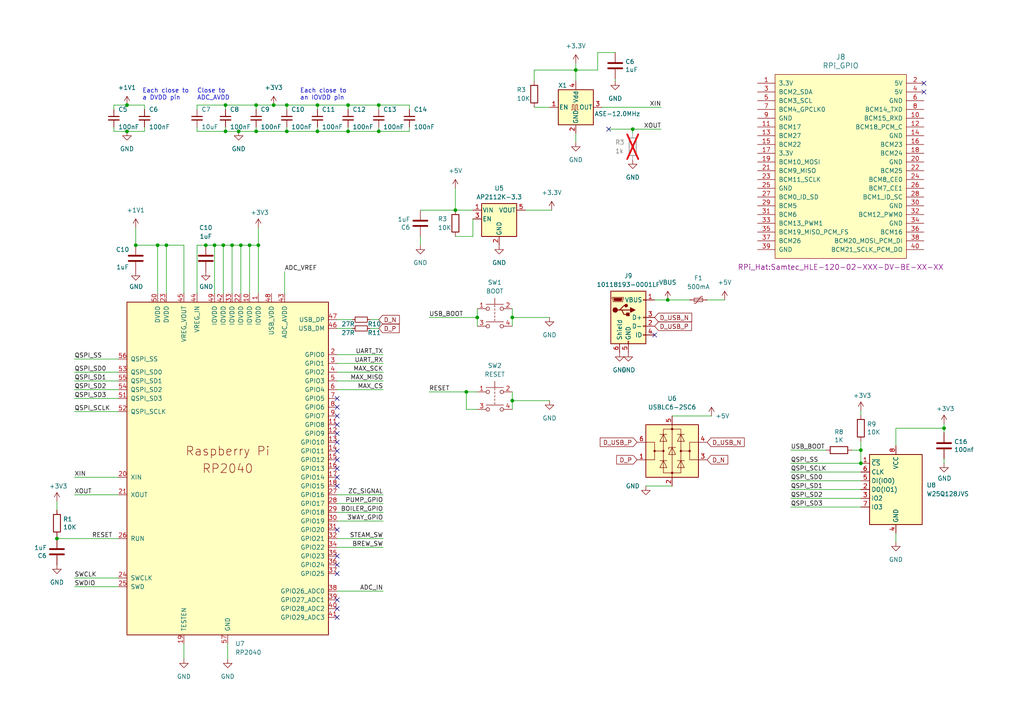
<source format=kicad_sch>
(kicad_sch (version 20230121) (generator eeschema)
  (paper "A4")
  (lib_symbols
    (symbol "Connector:USB_B_Micro" (pin_names (offset 1.016))
      (property "Reference" "J" (at -5.08 11.43 0))
      (property "Value" "USB_B_Micro" (at -5.08 8.89 0))
      (symbol "USB_B_Micro_1_1"
        (pin power_out line (at 7.62 5.08 180) (length 2.54) (name "VBUS") (number "1"))
        (pin bidirectional line (at 7.62 -2.54 180) (length 2.54) (name "D-") (number "2"))
        (pin bidirectional line (at 7.62 0 180) (length 2.54) (name "D+") (number "3"))
        (pin passive line (at 7.62 -5.08 180) (length 2.54) (name "ID") (number "4"))
        (pin power_out line (at 0 -10.16 90) (length 2.54) (name "GND") (number "5"))
        (pin passive line (at -2.54 -10.16 90) (length 2.54) (name "Shield") (number "6"))
      )
    )
    (symbol "Device:C" (pin_numbers hide) (pin_names (offset 0.254))
      (property "Reference" "C" (at 0.635 2.54 0))
      (property "Value" "C" (at 0.635 -2.54 0))
      (symbol "C_1_1"
        (pin passive line (at 0 3.81 270) (length 2.794) (name "~") (number "1"))
        (pin passive line (at 0 -3.81 90) (length 2.794) (name "~") (number "2"))
      )
    )
    (symbol "Device:C_Small" (pin_numbers hide) (pin_names (offset 0.254) hide)
      (property "Reference" "C" (at 0.254 1.778 0))
      (property "Value" "C_Small" (at 0.254 -2.032 0))
      (symbol "C_Small_1_1"
        (pin passive line (at 0 2.54 270) (length 2.032) (name "~") (number "1"))
        (pin passive line (at 0 -2.54 90) (length 2.032) (name "~") (number "2"))
      )
    )
    (symbol "Device:Polyfuse_Small" (pin_numbers hide) (pin_names (offset 0))
      (property "Reference" "F" (at -1.905 0 90))
      (property "Value" "Polyfuse_Small" (at 1.905 0 90))
      (symbol "Polyfuse_Small_1_1"
        (pin passive line (at 0 2.54 270) (length 0.635) (name "~") (number "1"))
        (pin passive line (at 0 -2.54 90) (length 0.635) (name "~") (number "2"))
      )
    )
    (symbol "Device:R" (pin_numbers hide) (pin_names (offset 0))
      (property "Reference" "R" (at 2.032 0 90))
      (property "Value" "R" (at 0 0 90))
      (symbol "R_1_1"
        (pin passive line (at 0 3.81 270) (length 1.27) (name "~") (number "1"))
        (pin passive line (at 0 -3.81 90) (length 1.27) (name "~") (number "2"))
      )
    )
    (symbol "Device:R_Small" (pin_numbers hide) (pin_names (offset 0.254) hide)
      (property "Reference" "R" (at 0.762 0.508 0))
      (property "Value" "R_Small" (at 0.762 -1.016 0))
      (symbol "R_Small_1_1"
        (pin passive line (at 0 2.54 270) (length 0.762) (name "~") (number "1"))
        (pin passive line (at 0 -2.54 90) (length 0.762) (name "~") (number "2"))
      )
    )
    (symbol "MCU_RaspberryPi_and_Boards:RP2040" (pin_names (offset 1.016))
      (property "Reference" "U" (at -29.21 49.53 0))
      (property "Value" "RP2040" (at 24.13 -49.53 0))
      (symbol "RP2040_0_0"
        (text "Raspberry Pi" (at 0 5.08 0) (effects (font (size 2.54 2.54))))
        (text "RP2040" (at 0 0 0) (effects (font (size 2.54 2.54))))
      )
      (symbol "RP2040_1_1"
        (pin power_in line (at 8.89 50.8 270) (length 2.54) (name "IOVDD") (number "1"))
        (pin power_in line (at 6.35 50.8 270) (length 2.54) (name "IOVDD") (number "10"))
        (pin bidirectional line (at 31.75 12.7 180) (length 2.54) (name "GPIO8") (number "11"))
        (pin bidirectional line (at 31.75 10.16 180) (length 2.54) (name "GPIO9") (number "12"))
        (pin bidirectional line (at 31.75 7.62 180) (length 2.54) (name "GPIO10") (number "13"))
        (pin bidirectional line (at 31.75 5.08 180) (length 2.54) (name "GPIO11") (number "14"))
        (pin bidirectional line (at 31.75 2.54 180) (length 2.54) (name "GPIO12") (number "15"))
        (pin bidirectional line (at 31.75 0 180) (length 2.54) (name "GPIO13") (number "16"))
        (pin bidirectional line (at 31.75 -2.54 180) (length 2.54) (name "GPIO14") (number "17"))
        (pin bidirectional line (at 31.75 -5.08 180) (length 2.54) (name "GPIO15") (number "18"))
        (pin passive line (at -12.7 -50.8 90) (length 2.54) (name "TESTEN") (number "19"))
        (pin bidirectional line (at 31.75 33.02 180) (length 2.54) (name "GPIO0") (number "2"))
        (pin input line (at -31.75 -2.54 0) (length 2.54) (name "XIN") (number "20"))
        (pin passive line (at -31.75 -7.62 0) (length 2.54) (name "XOUT") (number "21"))
        (pin power_in line (at 3.81 50.8 270) (length 2.54) (name "IOVDD") (number "22"))
        (pin power_in line (at -17.78 50.8 270) (length 2.54) (name "DVDD") (number "23"))
        (pin output line (at -31.75 -31.75 0) (length 2.54) (name "SWCLK") (number "24"))
        (pin bidirectional line (at -31.75 -34.29 0) (length 2.54) (name "SWD") (number "25"))
        (pin input line (at -31.75 -20.32 0) (length 2.54) (name "RUN") (number "26"))
        (pin bidirectional line (at 31.75 -7.62 180) (length 2.54) (name "GPIO16") (number "27"))
        (pin bidirectional line (at 31.75 -10.16 180) (length 2.54) (name "GPIO17") (number "28"))
        (pin bidirectional line (at 31.75 -12.7 180) (length 2.54) (name "GPIO18") (number "29"))
        (pin bidirectional line (at 31.75 30.48 180) (length 2.54) (name "GPIO1") (number "3"))
        (pin bidirectional line (at 31.75 -15.24 180) (length 2.54) (name "GPIO19") (number "30"))
        (pin bidirectional line (at 31.75 -17.78 180) (length 2.54) (name "GPIO20") (number "31"))
        (pin bidirectional line (at 31.75 -20.32 180) (length 2.54) (name "GPIO21") (number "32"))
        (pin power_in line (at 1.27 50.8 270) (length 2.54) (name "IOVDD") (number "33"))
        (pin bidirectional line (at 31.75 -22.86 180) (length 2.54) (name "GPIO22") (number "34"))
        (pin bidirectional line (at 31.75 -25.4 180) (length 2.54) (name "GPIO23") (number "35"))
        (pin bidirectional line (at 31.75 -27.94 180) (length 2.54) (name "GPIO24") (number "36"))
        (pin bidirectional line (at 31.75 -30.48 180) (length 2.54) (name "GPIO25") (number "37"))
        (pin bidirectional line (at 31.75 -35.56 180) (length 2.54) (name "GPIO26_ADC0") (number "38"))
        (pin bidirectional line (at 31.75 -38.1 180) (length 2.54) (name "GPIO27_ADC1") (number "39"))
        (pin bidirectional line (at 31.75 27.94 180) (length 2.54) (name "GPIO2") (number "4"))
        (pin bidirectional line (at 31.75 -40.64 180) (length 2.54) (name "GPIO28_ADC2") (number "40"))
        (pin bidirectional line (at 31.75 -43.18 180) (length 2.54) (name "GPIO29_ADC3") (number "41"))
        (pin power_in line (at -1.27 50.8 270) (length 2.54) (name "IOVDD") (number "42"))
        (pin power_in line (at 16.51 50.8 270) (length 2.54) (name "ADC_AVDD") (number "43"))
        (pin power_in line (at -8.89 50.8 270) (length 2.54) (name "VREG_IN") (number "44"))
        (pin power_out line (at -12.7 50.8 270) (length 2.54) (name "VREG_VOUT") (number "45"))
        (pin bidirectional line (at 31.75 40.64 180) (length 2.54) (name "USB_DM") (number "46"))
        (pin bidirectional line (at 31.75 43.18 180) (length 2.54) (name "USB_DP") (number "47"))
        (pin power_in line (at 12.7 50.8 270) (length 2.54) (name "USB_VDD") (number "48"))
        (pin power_in line (at -3.81 50.8 270) (length 2.54) (name "IOVDD") (number "49"))
        (pin bidirectional line (at 31.75 25.4 180) (length 2.54) (name "GPIO3") (number "5"))
        (pin power_in line (at -20.32 50.8 270) (length 2.54) (name "DVDD") (number "50"))
        (pin bidirectional line (at -31.75 20.32 0) (length 2.54) (name "QSPI_SD3") (number "51"))
        (pin output line (at -31.75 16.51 0) (length 2.54) (name "QSPI_SCLK") (number "52"))
        (pin bidirectional line (at -31.75 27.94 0) (length 2.54) (name "QSPI_SD0") (number "53"))
        (pin bidirectional line (at -31.75 22.86 0) (length 2.54) (name "QSPI_SD2") (number "54"))
        (pin bidirectional line (at -31.75 25.4 0) (length 2.54) (name "QSPI_SD1") (number "55"))
        (pin bidirectional line (at -31.75 31.75 0) (length 2.54) (name "QSPI_SS") (number "56"))
        (pin power_in line (at 0 -50.8 90) (length 2.54) (name "GND") (number "57"))
        (pin bidirectional line (at 31.75 22.86 180) (length 2.54) (name "GPIO4") (number "6"))
        (pin bidirectional line (at 31.75 20.32 180) (length 2.54) (name "GPIO5") (number "7"))
        (pin bidirectional line (at 31.75 17.78 180) (length 2.54) (name "GPIO6") (number "8"))
        (pin bidirectional line (at 31.75 15.24 180) (length 2.54) (name "GPIO7") (number "9"))
      )
    )
    (symbol "Memory_Flash:W25Q128JVS"
      (property "Reference" "U" (at -8.89 8.89 0))
      (property "Value" "W25Q128JVS" (at 7.62 8.89 0))
      (symbol "W25Q128JVS_1_1"
        (pin input line (at -10.16 7.62 0) (length 2.54) (name "~{CS}") (number "1"))
        (pin bidirectional line (at -10.16 0 0) (length 2.54) (name "DO(IO1)") (number "2"))
        (pin bidirectional line (at -10.16 -2.54 0) (length 2.54) (name "IO2") (number "3"))
        (pin power_in line (at 0 -12.7 90) (length 2.54) (name "GND") (number "4"))
        (pin bidirectional line (at -10.16 2.54 0) (length 2.54) (name "DI(IO0)") (number "5"))
        (pin input line (at -10.16 5.08 0) (length 2.54) (name "CLK") (number "6"))
        (pin bidirectional line (at -10.16 -5.08 0) (length 2.54) (name "IO3") (number "7"))
        (pin power_in line (at 0 12.7 270) (length 2.54) (name "VCC") (number "8"))
      )
    )
    (symbol "Oscillator:ASE-xxxMHz" (pin_names (offset 0.254))
      (property "Reference" "X" (at -5.08 6.35 0))
      (property "Value" "ASE-xxxMHz" (at 1.27 -6.35 0))
      (symbol "ASE-xxxMHz_1_1"
        (pin input line (at -7.62 0 0) (length 2.54) (name "EN") (number "1"))
        (pin power_in line (at 0 -7.62 90) (length 2.54) (name "GND") (number "2"))
        (pin output line (at 7.62 0 180) (length 2.54) (name "OUT") (number "3"))
        (pin power_in line (at 0 7.62 270) (length 2.54) (name "Vdd") (number "4"))
      )
    )
    (symbol "Power_Protection:USBLC6-2SC6" (pin_names hide)
      (property "Reference" "U" (at 2.54 8.89 0))
      (property "Value" "USBLC6-2SC6" (at 2.54 -8.89 0))
      (symbol "USBLC6-2SC6_1_1"
        (pin passive line (at -10.16 -2.54 0) (length 2.54) (name "I/O1") (number "1"))
        (pin passive line (at 0 -10.16 90) (length 2.54) (name "GND") (number "2"))
        (pin passive line (at 10.16 -2.54 180) (length 2.54) (name "I/O2") (number "3"))
        (pin passive line (at 10.16 2.54 180) (length 2.54) (name "I/O2") (number "4"))
        (pin passive line (at 0 10.16 270) (length 2.54) (name "VBUS") (number "5"))
        (pin passive line (at -10.16 2.54 0) (length 2.54) (name "I/O1") (number "6"))
      )
    )
    (symbol "RPi_Hat:RPi_GPIO" (pin_names (offset 1.016))
      (property "Reference" "J8" (at 19.05 7.62 0))
      (property "Value" "RPi_GPIO" (at 19.05 5.08 0))
      (property "Footprint" "RPi_Hat:Samtec_HLE-120-02-XXX-DV-BE-XX-XX" (at 19.05 -53.34 0))
      (symbol "RPi_GPIO_1_1"
        (pin power_in line (at -5.08 0 0) (length 5.08) (name "3.3V") (number "1"))
        (pin bidirectional line (at 43.18 -10.16 180) (length 5.08) (name "BCM15_RXD") (number "10"))
        (pin bidirectional line (at -5.08 -12.7 0) (length 5.08) (name "BCM17") (number "11"))
        (pin bidirectional line (at 43.18 -12.7 180) (length 5.08) (name "BCM18_PCM_C") (number "12"))
        (pin bidirectional line (at -5.08 -15.24 0) (length 5.08) (name "BCM27") (number "13"))
        (pin power_in line (at 43.18 -15.24 180) (length 5.08) (name "GND") (number "14"))
        (pin bidirectional line (at -5.08 -17.78 0) (length 5.08) (name "BCM22") (number "15"))
        (pin bidirectional line (at 43.18 -17.78 180) (length 5.08) (name "BCM23") (number "16"))
        (pin power_in line (at -5.08 -20.32 0) (length 5.08) (name "3.3V") (number "17"))
        (pin bidirectional line (at 43.18 -20.32 180) (length 5.08) (name "BCM24") (number "18"))
        (pin bidirectional line (at -5.08 -22.86 0) (length 5.08) (name "BCM10_MOSI") (number "19"))
        (pin power_out line (at 43.18 0 180) (length 5.08) (name "5V") (number "2"))
        (pin power_in line (at 43.18 -22.86 180) (length 5.08) (name "GND") (number "20"))
        (pin bidirectional line (at -5.08 -25.4 0) (length 5.08) (name "BCM9_MISO") (number "21"))
        (pin bidirectional line (at 43.18 -25.4 180) (length 5.08) (name "BCM25") (number "22"))
        (pin bidirectional line (at -5.08 -27.94 0) (length 5.08) (name "BCM11_SCLK") (number "23"))
        (pin bidirectional line (at 43.18 -27.94 180) (length 5.08) (name "BCM8_CE0") (number "24"))
        (pin power_in line (at -5.08 -30.48 0) (length 5.08) (name "GND") (number "25"))
        (pin bidirectional line (at 43.18 -30.48 180) (length 5.08) (name "BCM7_CE1") (number "26"))
        (pin bidirectional line (at -5.08 -33.02 0) (length 5.08) (name "BCM0_ID_SD") (number "27"))
        (pin bidirectional line (at 43.18 -33.02 180) (length 5.08) (name "BCM1_ID_SC") (number "28"))
        (pin bidirectional line (at -5.08 -35.56 0) (length 5.08) (name "BCM5") (number "29"))
        (pin bidirectional line (at -5.08 -2.54 0) (length 5.08) (name "BCM2_SDA") (number "3"))
        (pin power_in line (at 43.18 -35.56 180) (length 5.08) (name "GND") (number "30"))
        (pin bidirectional line (at -5.08 -38.1 0) (length 5.08) (name "BCM6") (number "31"))
        (pin bidirectional line (at 43.18 -38.1 180) (length 5.08) (name "BCM12_PWM0") (number "32"))
        (pin bidirectional line (at -5.08 -40.64 0) (length 5.08) (name "BCM13_PWM1") (number "33"))
        (pin power_in line (at 43.18 -40.64 180) (length 5.08) (name "GND") (number "34"))
        (pin bidirectional line (at -5.08 -43.18 0) (length 5.08) (name "BCM19_MISO_PCM_FS") (number "35"))
        (pin bidirectional line (at 43.18 -43.18 180) (length 5.08) (name "BCM16") (number "36"))
        (pin bidirectional line (at -5.08 -45.72 0) (length 5.08) (name "BCM26") (number "37"))
        (pin bidirectional line (at 43.18 -45.72 180) (length 5.08) (name "BCM20_MOSI_PCM_DI") (number "38"))
        (pin power_in line (at -5.08 -48.26 0) (length 5.08) (name "GND") (number "39"))
        (pin power_out line (at 43.18 -2.54 180) (length 5.08) (name "5V") (number "4"))
        (pin bidirectional line (at 43.18 -48.26 180) (length 5.08) (name "BCM21_SCLK_PCM_DO") (number "40"))
        (pin bidirectional line (at -5.08 -5.08 0) (length 5.08) (name "BCM3_SCL") (number "5"))
        (pin power_in line (at 43.18 -5.08 180) (length 5.08) (name "GND") (number "6"))
        (pin bidirectional line (at -5.08 -7.62 0) (length 5.08) (name "BCM4_GPCLK0") (number "7"))
        (pin bidirectional line (at 43.18 -7.62 180) (length 5.08) (name "BCM14_TXD") (number "8"))
        (pin power_in line (at -5.08 -10.16 0) (length 5.08) (name "GND") (number "9"))
      )
    )
    (symbol "Regulator_Linear:AP2112K-3.3" (pin_names (offset 0.254))
      (property "Reference" "U" (at -5.08 5.715 0))
      (property "Value" "AP2112K-3.3" (at 0 5.715 0))
      (symbol "AP2112K-3.3_1_1"
        (pin power_in line (at -7.62 2.54 0) (length 2.54) (name "VIN") (number "1"))
        (pin power_in line (at 0 -7.62 90) (length 2.54) (name "GND") (number "2"))
        (pin input line (at -7.62 0 0) (length 2.54) (name "EN") (number "3"))
        (pin no_connect line (at 5.08 0 180) (length 2.54) hide (name "NC") (number "4"))
        (pin power_out line (at 7.62 2.54 180) (length 2.54) (name "VOUT") (number "5"))
      )
    )
    (symbol "Switch:SW_Push_Dual" (pin_names (offset 1.016) hide)
      (property "Reference" "SW" (at 1.27 2.54 0))
      (property "Value" "SW_Push_Dual" (at 0 -6.858 0))
      (symbol "SW_Push_Dual_0_1"
        (pin passive line (at -5.08 0 0) (length 2.54) (name "1") (number "1"))
        (pin passive line (at 5.08 0 180) (length 2.54) (name "2") (number "2"))
        (pin passive line (at -5.08 -5.08 0) (length 2.54) (name "3") (number "3"))
        (pin passive line (at 5.08 -5.08 180) (length 2.54) (name "4") (number "4"))
      )
    )
    (symbol "power:+1V1" (power) (pin_names (offset 0))
      (property "Value" "+1V1" (at 0 3.556 0))
      (symbol "+1V1_1_1"
        (pin power_in line (at 0 0 90) (length 0) hide (name "+1V1") (number "1"))
      )
    )
    (symbol "power:+3.3V" (power) (pin_names (offset 0))
      (property "Value" "+3.3V" (at 0 3.556 0))
      (symbol "+3.3V_1_1"
        (pin power_in line (at 0 0 90) (length 0) hide (name "+3.3V") (number "1"))
      )
    )
    (symbol "power:+3V3" (power) (pin_names (offset 0))
      (property "Value" "+3V3" (at 0 3.556 0))
      (symbol "+3V3_1_1"
        (pin power_in line (at 0 0 90) (length 0) hide (name "+3V3") (number "1"))
      )
    )
    (symbol "power:+5V" (power) (pin_names (offset 0))
      (property "Value" "+5V" (at 0 3.556 0))
      (symbol "+5V_1_1"
        (pin power_in line (at 0 0 90) (length 0) hide (name "+5V") (number "1"))
      )
    )
    (symbol "power:GND" (power) (pin_names (offset 0))
      (property "Value" "GND" (at 0 -3.81 0))
      (symbol "GND_1_1"
        (pin power_in line (at 0 0 270) (length 0) hide (name "GND") (number "1"))
      )
    )
    (symbol "power:VBUS" (power) (pin_names (offset 0))
      (property "Value" "VBUS" (at 0 3.81 0))
      (symbol "VBUS_1_1"
        (pin power_in line (at 0 0 90) (length 0) hide (name "VBUS") (number "1"))
      )
    )
    (symbol "rpi-pico-debugger-shoe-rescue:+3.3V-power" (power) (pin_names (offset 0))
      (property "Value" "+3.3V-power" (at 0 3.556 0))
      (symbol "+3.3V-power_1_1"
        (pin power_in line (at 0 0 90) (length 0) hide (name "+3V3") (number "1"))
      )
    )
  )
  (junction (at 74.93 71.12))
  (junction (at 138.43 92.075))
  (junction (at 135.255 113.665))
  (junction (at 59.69 71.12))
  (junction (at 167.005 20.32))
  (junction (at 39.37 71.12))
  (junction (at 193.675 86.995))
  (junction (at 48.26 71.12))
  (junction (at 36.83 38.1))
  (junction (at 74.295 38.1))
  (junction (at 36.83 30.48))
  (junction (at 62.23 71.12))
  (junction (at 74.295 30.48))
  (junction (at 83.185 38.1))
  (junction (at 148.59 92.075))
  (junction (at 249.682 130.556))
  (junction (at 148.59 116.205))
  (junction (at 109.855 30.48))
  (junction (at 92.075 30.48))
  (junction (at 45.72 71.12))
  (junction (at 65.405 30.48))
  (junction (at 67.31 71.12))
  (junction (at 100.965 30.48))
  (junction (at 100.965 38.1))
  (junction (at 132.08 60.96))
  (junction (at 92.075 38.1))
  (junction (at 69.85 71.12))
  (junction (at 249.682 134.366))
  (junction (at 109.855 38.1))
  (junction (at 65.405 38.1))
  (junction (at 16.51 156.21))
  (junction (at 64.77 71.12))
  (junction (at 69.215 38.1))
  (junction (at 79.375 30.48))
  (junction (at 273.812 124.206))
  (junction (at 72.39 71.12))
  (junction (at 83.185 30.48))
  (junction (at 183.515 37.465))
  (no_connect (at 267.97 24.13))
  (no_connect (at 267.97 26.67))
  (no_connect (at 189.865 97.155))
  (no_connect (at 97.79 173.99))
  (no_connect (at 97.79 115.57))
  (no_connect (at 97.79 133.35))
  (no_connect (at 97.79 128.27))
  (no_connect (at 97.79 135.89))
  (no_connect (at 97.79 118.11))
  (no_connect (at 97.79 123.19))
  (no_connect (at 97.79 161.29))
  (no_connect (at 97.79 120.65))
  (no_connect (at 97.79 176.53))
  (no_connect (at 97.79 166.37))
  (no_connect (at 97.79 163.83))
  (no_connect (at 97.79 140.97))
  (no_connect (at 176.53 37.465))
  (no_connect (at 97.79 130.81))
  (no_connect (at 97.79 125.73))
  (no_connect (at 97.79 179.07))
  (no_connect (at 97.79 138.43))
  (no_connect (at 97.79 153.67))
  (wire (pts (xy 205.105 86.995) (xy 210.185 86.995)))
  (wire (pts (xy 72.39 71.12) (xy 72.39 85.09)))
  (wire (pts (xy 189.865 86.995) (xy 193.675 86.995)))
  (wire (pts (xy 67.31 71.12) (xy 67.31 85.09)))
  (wire (pts (xy 16.51 156.21) (xy 16.51 155.575)))
  (wire (pts (xy 74.295 30.48) (xy 79.375 30.48)))
  (wire (pts (xy 59.69 71.12) (xy 62.23 71.12)))
  (wire (pts (xy 69.85 71.12) (xy 69.85 85.09)))
  (wire (pts (xy 92.075 30.48) (xy 100.965 30.48)))
  (wire (pts (xy 100.965 38.1) (xy 109.855 38.1)))
  (wire (pts (xy 174.625 31.115) (xy 191.77 31.115)))
  (wire (pts (xy 48.26 71.12) (xy 53.34 71.12)))
  (wire (pts (xy 135.255 113.665) (xy 135.255 118.745)))
  (wire (pts (xy 64.77 71.12) (xy 64.77 85.09)))
  (wire (pts (xy 167.005 38.735) (xy 167.005 41.275)))
  (wire (pts (xy 111.125 143.51) (xy 97.79 143.51)))
  (wire (pts (xy 83.185 38.1) (xy 83.185 36.83)))
  (wire (pts (xy 109.855 30.48) (xy 118.745 30.48)))
  (wire (pts (xy 111.125 151.13) (xy 97.79 151.13)))
  (wire (pts (xy 259.842 157.226) (xy 259.842 154.686)))
  (wire (pts (xy 259.842 124.206) (xy 273.812 124.206)))
  (wire (pts (xy 57.15 30.48) (xy 65.405 30.48)))
  (wire (pts (xy 67.31 71.12) (xy 69.85 71.12)))
  (wire (pts (xy 247.142 130.556) (xy 249.682 130.556)))
  (wire (pts (xy 273.812 124.206) (xy 273.812 125.476)))
  (wire (pts (xy 138.43 92.075) (xy 138.43 94.615)))
  (wire (pts (xy 72.39 71.12) (xy 74.93 71.12)))
  (wire (pts (xy 21.59 167.64) (xy 34.29 167.64)))
  (wire (pts (xy 229.362 147.066) (xy 249.682 147.066)))
  (wire (pts (xy 83.185 30.48) (xy 83.185 31.75)))
  (wire (pts (xy 154.94 20.32) (xy 167.005 20.32)))
  (wire (pts (xy 74.295 38.1) (xy 74.295 36.83)))
  (wire (pts (xy 65.405 30.48) (xy 65.405 31.75)))
  (wire (pts (xy 36.83 38.1) (xy 41.91 38.1)))
  (wire (pts (xy 148.59 113.665) (xy 148.59 116.205)))
  (wire (pts (xy 83.185 30.48) (xy 92.075 30.48)))
  (wire (pts (xy 69.85 71.12) (xy 72.39 71.12)))
  (wire (pts (xy 111.125 148.59) (xy 97.79 148.59)))
  (wire (pts (xy 57.15 38.1) (xy 65.405 38.1)))
  (wire (pts (xy 148.59 92.075) (xy 148.59 94.615)))
  (wire (pts (xy 57.15 31.75) (xy 57.15 30.48)))
  (wire (pts (xy 135.255 113.665) (xy 138.43 113.665)))
  (wire (pts (xy 273.812 133.096) (xy 273.812 134.366)))
  (wire (pts (xy 21.59 138.43) (xy 34.29 138.43)))
  (wire (pts (xy 74.295 38.1) (xy 83.185 38.1)))
  (wire (pts (xy 135.255 118.745) (xy 138.43 118.745)))
  (wire (pts (xy 74.93 71.12) (xy 74.93 85.09)))
  (wire (pts (xy 57.15 36.83) (xy 57.15 38.1)))
  (wire (pts (xy 33.02 30.48) (xy 33.02 31.75)))
  (wire (pts (xy 21.59 104.14) (xy 34.29 104.14)))
  (wire (pts (xy 178.435 22.86) (xy 178.435 23.495)))
  (wire (pts (xy 148.59 89.535) (xy 148.59 92.075)))
  (wire (pts (xy 148.59 116.205) (xy 159.385 116.205)))
  (wire (pts (xy 109.855 38.1) (xy 118.745 38.1)))
  (wire (pts (xy 92.075 38.1) (xy 100.965 38.1)))
  (wire (pts (xy 41.91 38.1) (xy 41.91 36.83)))
  (wire (pts (xy 154.94 31.115) (xy 159.385 31.115)))
  (wire (pts (xy 65.405 38.1) (xy 69.215 38.1)))
  (wire (pts (xy 124.46 92.075) (xy 138.43 92.075)))
  (wire (pts (xy 273.812 122.936) (xy 273.812 124.206)))
  (wire (pts (xy 229.362 134.366) (xy 249.682 134.366)))
  (wire (pts (xy 249.682 119.126) (xy 249.682 120.396)))
  (wire (pts (xy 64.77 71.12) (xy 67.31 71.12)))
  (wire (pts (xy 79.375 30.48) (xy 83.185 30.48)))
  (wire (pts (xy 176.53 37.465) (xy 183.515 37.465)))
  (wire (pts (xy 173.355 20.32) (xy 173.355 15.24)))
  (wire (pts (xy 65.405 30.48) (xy 74.295 30.48)))
  (wire (pts (xy 229.362 144.526) (xy 249.682 144.526)))
  (wire (pts (xy 100.965 36.83) (xy 100.965 38.1)))
  (wire (pts (xy 239.522 130.556) (xy 229.362 130.556)))
  (wire (pts (xy 21.59 115.57) (xy 34.29 115.57)))
  (wire (pts (xy 102.235 92.71) (xy 97.79 92.71)))
  (wire (pts (xy 74.93 66.04) (xy 74.93 71.12)))
  (wire (pts (xy 100.965 30.48) (xy 100.965 31.75)))
  (wire (pts (xy 138.43 89.535) (xy 138.43 92.075)))
  (wire (pts (xy 109.855 38.1) (xy 109.855 36.83)))
  (wire (pts (xy 229.362 139.446) (xy 249.682 139.446)))
  (wire (pts (xy 45.72 71.12) (xy 48.26 71.12)))
  (wire (pts (xy 111.125 171.45) (xy 97.79 171.45)))
  (wire (pts (xy 194.945 120.65) (xy 206.375 120.65)))
  (wire (pts (xy 53.34 186.69) (xy 53.34 191.135)))
  (wire (pts (xy 53.34 85.09) (xy 53.34 71.12)))
  (wire (pts (xy 92.075 30.48) (xy 92.075 31.75)))
  (wire (pts (xy 259.842 124.206) (xy 259.842 129.286)))
  (wire (pts (xy 66.04 186.69) (xy 66.04 191.135)))
  (wire (pts (xy 97.79 113.03) (xy 111.125 113.03)))
  (wire (pts (xy 83.185 38.1) (xy 92.075 38.1)))
  (wire (pts (xy 121.92 71.12) (xy 121.92 68.58)))
  (wire (pts (xy 69.215 38.1) (xy 74.295 38.1)))
  (wire (pts (xy 92.075 36.83) (xy 92.075 38.1)))
  (wire (pts (xy 132.08 54.61) (xy 132.08 60.96)))
  (wire (pts (xy 62.23 71.12) (xy 64.77 71.12)))
  (wire (pts (xy 36.83 30.48) (xy 41.91 30.48)))
  (wire (pts (xy 118.745 30.48) (xy 118.745 31.75)))
  (wire (pts (xy 39.37 71.12) (xy 45.72 71.12)))
  (wire (pts (xy 148.59 116.205) (xy 148.59 118.745)))
  (wire (pts (xy 152.4 60.96) (xy 160.02 60.96)))
  (wire (pts (xy 21.59 110.49) (xy 34.29 110.49)))
  (wire (pts (xy 111.125 158.75) (xy 97.79 158.75)))
  (wire (pts (xy 193.675 86.995) (xy 200.025 86.995)))
  (wire (pts (xy 249.682 130.556) (xy 249.682 128.016)))
  (wire (pts (xy 21.59 143.51) (xy 34.29 143.51)))
  (wire (pts (xy 173.355 15.24) (xy 178.435 15.24)))
  (wire (pts (xy 41.91 30.48) (xy 41.91 31.75)))
  (wire (pts (xy 124.46 113.665) (xy 135.255 113.665)))
  (wire (pts (xy 36.83 30.48) (xy 33.02 30.48)))
  (wire (pts (xy 111.125 156.21) (xy 97.79 156.21)))
  (wire (pts (xy 62.23 71.12) (xy 62.23 85.09)))
  (wire (pts (xy 191.77 37.465) (xy 183.515 37.465)))
  (wire (pts (xy 48.26 71.12) (xy 48.26 85.09)))
  (wire (pts (xy 148.59 92.075) (xy 159.385 92.075)))
  (wire (pts (xy 16.51 156.21) (xy 34.29 156.21)))
  (wire (pts (xy 33.02 38.1) (xy 36.83 38.1)))
  (wire (pts (xy 229.362 141.986) (xy 249.682 141.986)))
  (wire (pts (xy 21.59 119.38) (xy 34.29 119.38)))
  (wire (pts (xy 118.745 38.1) (xy 118.745 36.83)))
  (wire (pts (xy 109.855 30.48) (xy 109.855 31.75)))
  (wire (pts (xy 57.15 71.12) (xy 59.69 71.12)))
  (wire (pts (xy 249.682 134.366) (xy 249.682 130.556)))
  (wire (pts (xy 111.125 107.95) (xy 97.79 107.95)))
  (wire (pts (xy 21.59 107.95) (xy 34.29 107.95)))
  (wire (pts (xy 16.51 145.415) (xy 16.51 147.955)))
  (wire (pts (xy 154.94 23.495) (xy 154.94 20.32)))
  (wire (pts (xy 74.295 30.48) (xy 74.295 31.75)))
  (wire (pts (xy 57.15 85.09) (xy 57.15 71.12)))
  (wire (pts (xy 100.965 30.48) (xy 109.855 30.48)))
  (wire (pts (xy 183.515 37.465) (xy 183.515 38.735)))
  (wire (pts (xy 33.02 36.83) (xy 33.02 38.1)))
  (wire (pts (xy 97.79 102.87) (xy 111.125 102.87)))
  (wire (pts (xy 21.59 170.18) (xy 34.29 170.18)))
  (wire (pts (xy 132.08 68.58) (xy 137.16 68.58)))
  (wire (pts (xy 97.79 110.49) (xy 111.125 110.49)))
  (wire (pts (xy 45.72 71.12) (xy 45.72 85.09)))
  (wire (pts (xy 65.405 36.83) (xy 65.405 38.1)))
  (wire (pts (xy 167.005 18.415) (xy 167.005 20.32)))
  (wire (pts (xy 121.92 60.96) (xy 132.08 60.96)))
  (wire (pts (xy 229.362 136.906) (xy 249.682 136.906)))
  (wire (pts (xy 39.37 66.04) (xy 39.37 71.12)))
  (wire (pts (xy 187.325 140.97) (xy 194.945 140.97)))
  (wire (pts (xy 82.55 78.74) (xy 82.55 85.09)))
  (wire (pts (xy 109.855 92.71) (xy 107.315 92.71)))
  (wire (pts (xy 132.08 60.96) (xy 137.16 60.96)))
  (wire (pts (xy 167.005 20.32) (xy 173.355 20.32)))
  (wire (pts (xy 111.125 105.41) (xy 97.79 105.41)))
  (wire (pts (xy 111.125 146.05) (xy 97.79 146.05)))
  (wire (pts (xy 167.005 20.32) (xy 167.005 23.495)))
  (wire (pts (xy 109.855 95.25) (xy 107.315 95.25)))
  (wire (pts (xy 102.235 95.25) (xy 97.79 95.25)))
  (wire (pts (xy 21.59 113.03) (xy 34.29 113.03)))
  (wire (pts (xy 137.16 63.5) (xy 137.16 68.58)))
  (text "Close to\nADC_AVDD" (at 57.15 29.21 0) (effects (font (size 1.27 1.27)) (justify left bottom)))
  (text "Each close to\nan IOVDD pin" (at 86.995 29.21 0) (effects (font (size 1.27 1.27)) (justify left bottom)))
  (text "Each close to\na DVDD pin" (at 41.275 29.21 0) (effects (font (size 1.27 1.27)) (justify left bottom)))
  (label "MAX_SCK" (at 111.125 107.95 180))
  (label "QSPI_SD0" (at 229.362 139.446 0))
  (label "UART_RX" (at 111.125 105.41 180))
  (label "ADC_VREF" (at 82.55 78.74 0))
  (label "QSPI_SD1" (at 21.59 110.49 0))
  (label "XOUT" (at 21.59 143.51 0))
  (label "QSPI_SD3" (at 21.59 115.57 0))
  (label "QSPI_SCLK" (at 229.362 136.906 0))
  (label "RESET" (at 124.46 113.665 0))
  (label "3WAY_GPIO" (at 111.125 151.13 180))
  (label "UART_TX" (at 111.125 102.87 180))
  (label "QSPI_SS" (at 21.59 104.14 0))
  (label "BREW_SW" (at 111.125 158.75 180))
  (label "SWDIO" (at 21.59 170.18 0))
  (label "ADC_IN" (at 111.125 171.45 180))
  (label "PUMP_GPIO" (at 111.125 146.05 180))
  (label "MAX_CS" (at 111.125 113.03 180))
  (label "STEAM_SW" (at 111.125 156.21 180))
  (label "RESET" (at 26.67 156.21 0))
  (label "QSPI_SD2" (at 229.362 144.526 0))
  (label "SWCLK" (at 21.59 167.64 0))
  (label "MAX_MISO" (at 111.125 110.49 180))
  (label "XIN" (at 21.59 138.43 0))
  (label "QSPI_SD1" (at 229.362 141.986 0))
  (label "QSPI_SD3" (at 229.362 147.066 0))
  (label "XOUT" (at 191.77 37.465 180))
  (label "QSPI_SD0" (at 21.59 107.95 0))
  (label "QSPI_SS" (at 229.362 134.366 0))
  (label "ZC_SIGNAL" (at 111.125 143.51 180))
  (label "QSPI_SCLK" (at 21.59 119.38 0))
  (label "BOILER_GPIO" (at 111.125 148.59 180))
  (label "USB_BOOT" (at 229.362 130.556 0))
  (label "QSPI_SD2" (at 21.59 113.03 0))
  (label "USB_BOOT" (at 124.46 92.075 0))
  (label "XIN" (at 191.77 31.115 180))
  (global_label "D_USB_N" (shape input) (at 205.105 128.27 0) (property "Intersheetrefs" "${INTERSHEET_REFS}" (effects hide)))
  (global_label "D_N" (shape input) (at 205.105 133.35 0) (property "Intersheetrefs" "${INTERSHEET_REFS}" (effects hide)))
  (global_label "D_N" (shape input) (at 109.855 92.71 0) (property "Intersheetrefs" "${INTERSHEET_REFS}" (effects hide)))
  (global_label "D_USB_N" (shape input) (at 189.865 92.075 0) (property "Intersheetrefs" "${INTERSHEET_REFS}" (effects hide)))
  (global_label "D_USB_P" (shape input) (at 184.785 128.27 180) (property "Intersheetrefs" "${INTERSHEET_REFS}" (effects hide)))
  (global_label "D_USB_P" (shape input) (at 189.865 94.615 0) (property "Intersheetrefs" "${INTERSHEET_REFS}" (effects hide)))
  (global_label "D_P" (shape input) (at 184.785 133.35 180) (property "Intersheetrefs" "${INTERSHEET_REFS}" (effects hide)))
  (global_label "D_P" (shape input) (at 109.855 95.25 0) (property "Intersheetrefs" "${INTERSHEET_REFS}" (effects hide)))
  (symbol (lib_id "power:GND") (at 178.435 23.495 0) (unit 1)
    (property "Reference" "#PWR09" (effects hide))
    (property "Value" "GND" (at 178.435 28.575 0))
    (instances (project "Axis_V1" (path "" (reference "#PWR09") (unit 1)) (path "" (reference "#PWR05") (unit 1))) (project "Axis MCU" (path "" (reference "#PWR011") (unit 1)) (path "" (reference "#PWR018") (unit 1)) (path "" (reference "#PWR046") (unit 1))))
  )
  (symbol (lib_id "Device:C_Small") (at 100.965 34.29 0) (unit 1)
    (property "Reference" "C12" (at 102.235 31.7499 0) (effects (justify left)))
    (property "Value" "100nF" (at 102.235 36.8299 0) (effects (justify left)))
    (property "Footprint" "Capacitor_SMD:C_0402_1005Metric" (effects hide))
    (property "LCSC" "C1525" (effects hide))
    (instances (project "Axis MCU" (path "" (reference "C12") (unit 1))) (project "RP2040-Guide" (path "" (reference "C13") (unit 1))))
  )
  (symbol (lib_id "power:+3.3V") (at 160.02 60.96 0) (unit 1)
    (property "Reference" "#PWR01" (effects hide))
    (property "Value" "+3.3V" (at 160.02 55.88 0))
    (instances (project "Axis_V1" (path "" (reference "#PWR01") (unit 1)) (path "" (reference "#PWR09") (unit 1))) (project "Axis MCU" (path "" (reference "#PWR014") (unit 1)) (path "" (reference "#PWR021") (unit 1)) (path "" (reference "#PWR023") (unit 1))))
  )
  (symbol (lib_id "Device:R") (at 132.08 64.77 0) (unit 1)
    (property "Reference" "R3" (at 127 63.5 0) (effects (justify left)))
    (property "Value" "10K" (at 127 66.04 0) (effects (justify left)))
    (property "Footprint" "Resistor_SMD:R_0603_1608Metric_Pad0.98x0.95mm_HandSolder" (effects hide))
    (property "Digi-Key_PN" "311-10KGRCT-ND" (effects hide))
    (instances (project "rpi-pico-debugger-shoe" (path "" (reference "R3") (unit 1))) (project "Axis MCU" (path "" (reference "R9") (unit 1))))
  )
  (symbol (lib_id "Power_Protection:USBLC6-2SC6") (at 194.945 130.81 0) (unit 1)
    (property "Reference" "U6" (at 194.945 115.57 0))
    (property "Value" "USBLC6-2SC6" (at 194.945 118.11 0))
    (property "Footprint" "Package_TO_SOT_SMD:SOT-23-6" (effects hide))
    (property "Datasheet" "https://www.st.com/resource/en/datasheet/usblc6-2.pdf" (effects hide))
    (property "LCSC" "C2827654" (effects hide))
    (instances (project "Axis MCU" (path "" (reference "U6") (unit 1))) (project "RP2040-Guide" (path "" (reference "U2") (unit 1))))
  )
  (symbol (lib_id "power:GND") (at 36.83 38.1 0) (unit 1)
    (property "Reference" "#PWR018" (effects hide))
    (property "Value" "GND" (at 36.83 43.18 0))
    (instances (project "Axis MCU" (path "" (reference "#PWR018") (unit 1))) (project "RP2040-Guide" (path "" (reference "#PWR025") (unit 1))))
  )
  (symbol (lib_id "power:GND") (at 159.385 92.075 0) (unit 1)
    (property "Reference" "#PWR09" (effects hide))
    (property "Value" "GND" (at 159.385 97.155 0))
    (instances (project "Axis_V1" (path "" (reference "#PWR09") (unit 1)) (path "" (reference "#PWR05") (unit 1))) (project "Axis MCU" (path "" (reference "#PWR011") (unit 1)) (path "" (reference "#PWR018") (unit 1)) (path "" (reference "#PWR032") (unit 1))))
  )
  (symbol (lib_id "MCU_RaspberryPi_and_Boards:RP2040") (at 66.04 135.89 0) (unit 1)
    (property "Reference" "U7" (at 68.2341 186.69 0) (effects (justify left)))
    (property "Value" "RP2040" (at 68.2341 189.23 0) (effects (justify left)))
    (property "Footprint" "RP2040_minimal:RP2040-QFN-56" (effects hide))
  )
  (symbol (lib_id "power:GND") (at 53.34 191.135 0) (unit 1)
    (property "Reference" "#PWR09" (effects hide))
    (property "Value" "GND" (at 53.34 196.215 0))
    (instances (project "Axis_V1" (path "" (reference "#PWR09") (unit 1)) (path "" (reference "#PWR05") (unit 1))) (project "Axis MCU" (path "" (reference "#PWR011") (unit 1)) (path "" (reference "#PWR018") (unit 1)) (path "" (reference "#PWR043") (unit 1))))
  )
  (symbol (lib_id "power:+1V1") (at 39.37 66.04 0) (unit 1)
    (property "Reference" "#PWR024" (effects hide))
    (property "Value" "+1V1" (at 39.37 60.96 0))
  )
  (symbol (lib_id "Device:R_Small") (at 104.775 95.25 270) (unit 1)
    (property "Reference" "R11" (at 108.585 96.52 90))
    (property "Value" "27R" (at 100.965 96.52 90))
    (property "Footprint" "Resistor_SMD:R_0603_1608Metric" (effects hide))
    (property "LCSC" "C25190" (effects hide))
    (instances (project "Axis MCU" (path "" (reference "R11") (unit 1))) (project "RP2040-Guide" (path "" (reference "R5") (unit 1))))
  )
  (symbol (lib_id "power:GND") (at 167.005 41.275 0) (unit 1)
    (property "Reference" "#PWR09" (effects hide))
    (property "Value" "GND" (at 167.005 46.355 0))
    (instances (project "Axis_V1" (path "" (reference "#PWR09") (unit 1)) (path "" (reference "#PWR05") (unit 1))) (project "Axis MCU" (path "" (reference "#PWR011") (unit 1)) (path "" (reference "#PWR018") (unit 1)) (path "" (reference "#PWR020") (unit 1))))
  )
  (symbol (lib_id "rpi-pico-debugger-shoe-rescue:+3.3V-power") (at 249.682 119.126 0) (unit 1)
    (property "Reference" "#PWR0130" (effects hide))
    (property "Value" "+3.3V" (at 250.063 114.7318 0))
    (instances (project "rpi-pico-debugger-shoe" (path "" (reference "#PWR0130") (unit 1))) (project "Axis MCU" (path "" (reference "#PWR036") (unit 1))))
  )
  (symbol (lib_id "power:GND") (at 183.515 46.355 0) (unit 1)
    (property "Reference" "#PWR09" (effects hide))
    (property "Value" "GND" (at 183.515 51.435 0))
    (instances (project "Axis_V1" (path "" (reference "#PWR09") (unit 1)) (path "" (reference "#PWR05") (unit 1))) (project "Axis MCU" (path "" (reference "#PWR011") (unit 1)) (path "" (reference "#PWR018") (unit 1)) (path "" (reference "#PWR021") (unit 1))))
  )
  (symbol (lib_id "Connector:USB_B_Micro") (at 182.245 92.075 0) (unit 1)
    (property "Reference" "J9" (at 182.245 80.01 0))
    (property "Value" "10118193-0001LF" (at 182.245 82.55 0))
    (property "Footprint" "Footprints:CONN_10118193-0001LF_AMP" (effects hide))
  )
  (symbol (lib_id "rpi-pico-debugger-shoe-rescue:+3.3V-power") (at 16.51 145.415 0) (unit 1)
    (property "Reference" "#PWR0108" (effects hide))
    (property "Value" "+3.3V" (at 16.891 141.0208 0))
    (instances (project "rpi-pico-debugger-shoe" (path "" (reference "#PWR0108") (unit 1))) (project "Axis MCU" (path "" (reference "#PWR041") (unit 1))))
  )
  (symbol (lib_id "Device:C_Small") (at 57.15 34.29 0) (unit 1)
    (property "Reference" "C7" (at 58.42 31.7499 0) (effects (justify left)))
    (property "Value" "10uF" (at 58.42 36.8299 0) (effects (justify left)))
    (property "Footprint" "Capacitor_SMD:C_0402_1005Metric" (effects hide))
    (property "LCSC" "C15525" (effects hide))
  )
  (symbol (lib_id "power:GND") (at 39.37 78.74 0) (unit 1)
    (property "Reference" "#PWR0125" (effects hide))
    (property "Value" "GND" (at 39.497 83.1342 0))
    (instances (project "rpi-pico-debugger-shoe" (path "" (reference "#PWR0125") (unit 1))) (project "Axis MCU" (path "" (reference "#PWR028") (unit 1))))
  )
  (symbol (lib_id "Device:C_Small") (at 83.185 34.29 0) (unit 1)
    (property "Reference" "C10" (at 84.455 31.7499 0) (effects (justify left)))
    (property "Value" "100nF" (at 84.455 36.8299 0) (effects (justify left)))
    (property "Footprint" "Capacitor_SMD:C_0402_1005Metric" (effects hide))
    (property "LCSC" "C1525" (effects hide))
    (instances (project "Axis MCU" (path "" (reference "C10") (unit 1))) (project "RP2040-Guide" (path "" (reference "C11") (unit 1))))
  )
  (symbol (lib_id "power:+5V") (at 210.185 86.995 0) (unit 1)
    (property "Reference" "#PWR031" (effects hide))
    (property "Value" "+5V" (at 210.185 81.915 0))
    (instances (project "Axis MCU" (path "" (reference "#PWR031") (unit 1))) (project "RP2040-Guide" (path "" (reference "#PWR09") (unit 1))))
  )
  (symbol (lib_id "Device:C_Small") (at 41.91 34.29 0) (unit 1)
    (property "Reference" "C6" (at 43.18 31.7499 0) (effects (justify left)))
    (property "Value" "100nF" (at 43.18 36.8299 0) (effects (justify left)))
    (property "Footprint" "Capacitor_SMD:C_0402_1005Metric" (effects hide))
    (property "LCSC" "C1525" (effects hide))
  )
  (symbol (lib_id "Device:C") (at 59.69 74.93 0) (unit 1)
    (property "Reference" "C10" (at 59.69 66.04 0))
    (property "Value" "1uF" (at 59.69 68.58 0))
    (property "Footprint" "Capacitor_SMD:C_0603_1608Metric_Pad1.08x0.95mm_HandSolder" (effects hide))
    (property "Digi-Key_PN" "1276-6524-1-ND" (effects hide))
    (instances (project "rpi-pico-debugger-shoe" (path "" (reference "C10") (unit 1))) (project "Axis MCU" (path "" (reference "C19") (unit 1))))
  )
  (symbol (lib_id "Device:C") (at 121.92 64.77 180) (unit 1)
    (property "Reference" "C6" (at 118.999 65.9384 0) (effects (justify left)))
    (property "Value" "1uF" (at 118.999 63.627 0) (effects (justify left)))
    (property "Footprint" "Capacitor_SMD:C_0603_1608Metric_Pad1.08x0.95mm_HandSolder" (effects hide))
    (property "Digi-Key_PN" "1276-6524-1-ND" (effects hide))
    (instances (project "rpi-pico-debugger-shoe" (path "" (reference "C6") (unit 1))) (project "Axis MCU" (path "" (reference "C17") (unit 1))))
  )
  (symbol (lib_id "Device:Polyfuse_Small") (at 202.565 86.995 90) (unit 1)
    (property "Reference" "F1" (at 202.565 80.645 90))
    (property "Value" "500mA" (at 202.565 83.185 90))
    (property "Footprint" "Fuse:Fuse_1206_3216Metric" (effects hide))
    (property "LCSC" "C70076" (effects hide))
  )
  (symbol (lib_id "Memory_Flash:W25Q128JVS") (at 259.842 141.986 0) (unit 1)
    (property "Reference" "U8" (at 268.732 140.716 0) (effects (justify left)))
    (property "Value" "W25Q128JVS" (at 268.732 143.256 0) (effects (justify left)))
    (property "Footprint" "Package_SO:SOIC-8_5.23x5.23mm_P1.27mm" (effects hide))
    (property "Datasheet" "http://www.winbond.com/resource-files/w25q128jv_dtr%20revc%2003272018%20plus.pdf" (effects hide))
  )
  (symbol (lib_id "Device:C_Small") (at 109.855 34.29 0) (unit 1)
    (property "Reference" "C13" (at 111.125 31.7499 0) (effects (justify left)))
    (property "Value" "100nF" (at 111.125 36.8299 0) (effects (justify left)))
    (property "Footprint" "Capacitor_SMD:C_0402_1005Metric" (effects hide))
    (property "LCSC" "C1525" (effects hide))
    (instances (project "Axis MCU" (path "" (reference "C13") (unit 1))) (project "RP2040-Guide" (path "" (reference "C14") (unit 1))))
  )
  (symbol (lib_id "Device:R") (at 16.51 151.765 0) (unit 1)
    (property "Reference" "R1" (at 18.288 150.5966 0) (effects (justify left)))
    (property "Value" "10K" (at 18.288 152.908 0) (effects (justify left)))
    (property "Footprint" "Resistor_SMD:R_0603_1608Metric_Pad0.98x0.95mm_HandSolder" (effects hide))
    (property "Digi-Key_PN" "311-10KGRCT-ND" (effects hide))
    (instances (project "rpi-pico-debugger-shoe" (path "" (reference "R1") (unit 1))) (project "Axis MCU" (path "" (reference "R14") (unit 1))))
  )
  (symbol (lib_id "power:GND") (at 121.92 71.12 0) (unit 1)
    (property "Reference" "#PWR09" (effects hide))
    (property "Value" "GND" (at 121.92 76.2 0))
    (instances (project "Axis_V1" (path "" (reference "#PWR09") (unit 1)) (path "" (reference "#PWR05") (unit 1))) (project "Axis MCU" (path "" (reference "#PWR011") (unit 1)) (path "" (reference "#PWR018") (unit 1)) (path "" (reference "#PWR026") (unit 1))))
  )
  (symbol (lib_id "power:+5V") (at 206.375 120.65 0) (unit 1)
    (property "Reference" "#PWR037" (effects hide))
    (property "Value" "+5V" (at 209.55 120.65 0))
    (instances (project "Axis MCU" (path "" (reference "#PWR037") (unit 1))) (project "RP2040-Guide" (path "" (reference "#PWR03") (unit 1))))
  )
  (symbol (lib_id "rpi-pico-debugger-shoe-rescue:+3.3V-power") (at 273.812 122.936 0) (unit 1)
    (property "Reference" "#PWR0133" (effects hide))
    (property "Value" "+3.3V" (at 274.193 118.5418 0))
    (instances (project "rpi-pico-debugger-shoe" (path "" (reference "#PWR0133") (unit 1))) (project "Axis MCU" (path "" (reference "#PWR038") (unit 1))))
  )
  (symbol (lib_id "power:+3.3V") (at 167.005 18.415 0) (unit 1)
    (property "Reference" "#PWR01" (effects hide))
    (property "Value" "+3.3V" (at 167.005 13.335 0))
    (instances (project "Axis_V1" (path "" (reference "#PWR01") (unit 1)) (path "" (reference "#PWR09") (unit 1))) (project "Axis MCU" (path "" (reference "#PWR014") (unit 1)) (path "" (reference "#PWR021") (unit 1)) (path "" (reference "#PWR045") (unit 1))))
  )
  (symbol (lib_id "Device:C") (at 273.812 129.286 0) (unit 1)
    (property "Reference" "C16" (at 276.733 128.1176 0) (effects (justify left)))
    (property "Value" "100nf" (at 276.733 130.429 0) (effects (justify left)))
    (property "Footprint" "Capacitor_SMD:C_0603_1608Metric_Pad1.08x0.95mm_HandSolder" (effects hide))
    (property "Digi-Key_PN" "311-1344-1-ND" (effects hide))
    (instances (project "rpi-pico-debugger-shoe" (path "" (reference "C16") (unit 1))) (project "Axis MCU" (path "" (reference "C20") (unit 1))))
  )
  (symbol (lib_id "power:GND") (at 66.04 191.135 0) (unit 1)
    (property "Reference" "#PWR09" (effects hide))
    (property "Value" "GND" (at 66.04 196.215 0))
    (instances (project "Axis_V1" (path "" (reference "#PWR09") (unit 1)) (path "" (reference "#PWR05") (unit 1))) (project "Axis MCU" (path "" (reference "#PWR011") (unit 1)) (path "" (reference "#PWR018") (unit 1)) (path "" (reference "#PWR044") (unit 1))))
  )
  (symbol (lib_id "power:GND") (at 259.842 157.226 0) (unit 1)
    (property "Reference" "#PWR09" (effects hide))
    (property "Value" "GND" (at 259.842 162.306 0))
    (instances (project "Axis_V1" (path "" (reference "#PWR09") (unit 1)) (path "" (reference "#PWR05") (unit 1))) (project "Axis MCU" (path "" (reference "#PWR011") (unit 1)) (path "" (reference "#PWR018") (unit 1)) (path "" (reference "#PWR042") (unit 1))))
  )
  (symbol (lib_id "power:GND") (at 16.51 163.83 0) (unit 1)
    (property "Reference" "#PWR09" (effects hide))
    (property "Value" "GND" (at 16.51 168.91 0))
    (instances (project "Axis_V1" (path "" (reference "#PWR09") (unit 1)) (path "" (reference "#PWR05") (unit 1))) (project "Axis MCU" (path "" (reference "#PWR011") (unit 1)) (path "" (reference "#PWR018") (unit 1)) (path "" (reference "#PWR047") (unit 1))))
  )
  (symbol (lib_id "Device:C") (at 39.37 74.93 0) (unit 1)
    (property "Reference" "C10" (at 35.56 72.39 0))
    (property "Value" "1uF" (at 35.56 77.47 0))
    (property "Footprint" "Capacitor_SMD:C_0603_1608Metric_Pad1.08x0.95mm_HandSolder" (effects hide))
    (property "Digi-Key_PN" "1276-6524-1-ND" (effects hide))
    (instances (project "rpi-pico-debugger-shoe" (path "" (reference "C10") (unit 1))) (project "Axis MCU" (path "" (reference "C18") (unit 1))))
  )
  (symbol (lib_id "Device:C") (at 16.51 160.02 180) (unit 1)
    (property "Reference" "C6" (at 13.589 161.1884 0) (effects (justify left)))
    (property "Value" "1uF" (at 13.589 158.877 0) (effects (justify left)))
    (property "Footprint" "Capacitor_SMD:C_0603_1608Metric_Pad1.08x0.95mm_HandSolder" (effects hide))
    (property "Digi-Key_PN" "1276-6524-1-ND" (effects hide))
    (instances (project "rpi-pico-debugger-shoe" (path "" (reference "C6") (unit 1))) (project "Axis MCU" (path "" (reference "C16") (unit 1))))
  )
  (symbol (lib_id "power:GND") (at 187.325 140.97 0) (unit 1)
    (property "Reference" "#PWR040" (effects hide))
    (property "Value" "GND" (at 183.515 140.97 0))
    (instances (project "Axis MCU" (path "" (reference "#PWR040") (unit 1))) (project "RP2040-Guide" (path "" (reference "#PWR012") (unit 1))))
  )
  (symbol (lib_id "power:VBUS") (at 193.675 86.995 0) (unit 1)
    (property "Reference" "#PWR030" (effects hide))
    (property "Value" "VBUS" (at 193.675 81.915 0))
    (instances (project "Axis MCU" (path "" (reference "#PWR030") (unit 1))) (project "RP2040-Guide" (path "" (reference "#PWR08") (unit 1))))
  )
  (symbol (lib_id "Device:R") (at 183.515 42.545 0) (unit 1) (dnp yes)
    (property "Reference" "R3" (at 178.435 41.275 0) (effects (justify left)))
    (property "Value" "1k" (at 178.435 43.815 0) (effects (justify left)))
    (property "Footprint" "Resistor_SMD:R_0603_1608Metric_Pad0.98x0.95mm_HandSolder" (effects hide))
    (property "Digi-Key_PN" "311-10KGRCT-ND" (effects hide))
    (instances (project "rpi-pico-debugger-shoe" (path "" (reference "R3") (unit 1))) (project "Axis MCU" (path "" (reference "R7") (unit 1))))
  )
  (symbol (lib_id "Device:C_Small") (at 33.02 34.29 0) (unit 1)
    (property "Reference" "C5" (at 34.29 31.7499 0) (effects (justify left)))
    (property "Value" "100nF" (at 34.29 36.8299 0) (effects (justify left)))
    (property "Footprint" "Capacitor_SMD:C_0402_1005Metric" (effects hide))
    (property "LCSC" "C1525" (effects hide))
  )
  (symbol (lib_id "Device:C_Small") (at 65.405 34.29 0) (unit 1)
    (property "Reference" "C8" (at 66.675 31.7499 0) (effects (justify left)))
    (property "Value" "100nF" (at 66.675 36.8299 0) (effects (justify left)))
    (property "Footprint" "Capacitor_SMD:C_0402_1005Metric" (effects hide))
    (property "LCSC" "C1525" (effects hide))
    (instances (project "Axis MCU" (path "" (reference "C8") (unit 1))) (project "RP2040-Guide" (path "" (reference "C9") (unit 1))))
  )
  (symbol (lib_id "power:GND") (at 179.705 102.235 0) (unit 1)
    (property "Reference" "#PWR033" (effects hide))
    (property "Value" "GND" (at 179.705 107.315 0))
    (instances (project "Axis MCU" (path "" (reference "#PWR033") (unit 1))) (project "RP2040-Guide" (path "" (reference "#PWR014") (unit 1))))
  )
  (symbol (lib_id "rpi-pico-debugger-shoe-rescue:+3.3V-power") (at 74.93 66.04 0) (unit 1)
    (property "Reference" "#PWR0121" (effects hide))
    (property "Value" "+3.3V" (at 75.311 61.6458 0))
    (instances (project "rpi-pico-debugger-shoe" (path "" (reference "#PWR0121") (unit 1))) (project "Axis MCU" (path "" (reference "#PWR025") (unit 1))))
  )
  (symbol (lib_id "Device:R") (at 154.94 27.305 0) (unit 1)
    (property "Reference" "R3" (at 149.86 26.035 0) (effects (justify left)))
    (property "Value" "10K" (at 149.86 28.575 0) (effects (justify left)))
    (property "Footprint" "Resistor_SMD:R_0603_1608Metric_Pad0.98x0.95mm_HandSolder" (effects hide))
    (property "Digi-Key_PN" "311-10KGRCT-ND" (effects hide))
    (instances (project "rpi-pico-debugger-shoe" (path "" (reference "R3") (unit 1))) (project "Axis MCU" (path "" (reference "R8") (unit 1))))
  )
  (symbol (lib_id "Switch:SW_Push_Dual") (at 143.51 89.535 0) (unit 1)
    (property "Reference" "SW1" (at 143.51 81.915 0))
    (property "Value" "BOOT" (at 143.51 84.455 0))
    (property "Footprint" "Buttons:SWITCH_EVQP2_PAN" (effects hide))
  )
  (symbol (lib_id "Device:R") (at 243.332 130.556 270) (unit 1)
    (property "Reference" "R8" (at 243.332 125.2982 90))
    (property "Value" "1K" (at 243.332 127.6096 90))
    (property "Footprint" "Resistor_SMD:R_0603_1608Metric_Pad0.98x0.95mm_HandSolder" (effects hide))
    (property "Digi-Key_PN" "311-1.00KHRCT-ND" (effects hide))
    (instances (project "rpi-pico-debugger-shoe" (path "" (reference "R8") (unit 1))) (project "Axis MCU" (path "" (reference "R13") (unit 1))))
  )
  (symbol (lib_id "power:+1V1") (at 36.83 30.48 0) (unit 1)
    (property "Reference" "#PWR016" (effects hide))
    (property "Value" "+1V1" (at 36.83 25.4 0))
    (instances (project "Axis MCU" (path "" (reference "#PWR016") (unit 1))) (project "RP2040-Guide" (path "" (reference "#PWR019") (unit 1))))
  )
  (symbol (lib_id "Device:R") (at 249.682 124.206 0) (unit 1)
    (property "Reference" "R9" (at 251.46 123.0376 0) (effects (justify left)))
    (property "Value" "10K" (at 251.46 125.349 0) (effects (justify left)))
    (property "Footprint" "Resistor_SMD:R_0603_1608Metric_Pad0.98x0.95mm_HandSolder" (effects hide))
    (property "Digi-Key_PN" "311-10KGRCT-ND" (effects hide))
    (instances (project "rpi-pico-debugger-shoe" (path "" (reference "R9") (unit 1))) (project "Axis MCU" (path "" (reference "R12") (unit 1))))
  )
  (symbol (lib_id "Device:C_Small") (at 92.075 34.29 0) (unit 1)
    (property "Reference" "C11" (at 93.345 31.7499 0) (effects (justify left)))
    (property "Value" "100nF" (at 93.345 36.8299 0) (effects (justify left)))
    (property "Footprint" "Capacitor_SMD:C_0402_1005Metric" (effects hide))
    (property "LCSC" "C1525" (effects hide))
    (instances (project "Axis MCU" (path "" (reference "C11") (unit 1))) (project "RP2040-Guide" (path "" (reference "C12") (unit 1))))
  )
  (symbol (lib_id "power:GND") (at 144.78 71.12 0) (unit 1)
    (property "Reference" "#PWR09" (effects hide))
    (property "Value" "GND" (at 144.78 76.2 0))
    (instances (project "Axis_V1" (path "" (reference "#PWR09") (unit 1)) (path "" (reference "#PWR05") (unit 1))) (project "Axis MCU" (path "" (reference "#PWR011") (unit 1)) (path "" (reference "#PWR018") (unit 1)) (path "" (reference "#PWR027") (unit 1))))
  )
  (symbol (lib_id "power:GND") (at 182.245 102.235 0) (unit 1)
    (property "Reference" "#PWR034" (effects hide))
    (property "Value" "GND" (at 182.245 107.315 0))
    (instances (project "Axis MCU" (path "" (reference "#PWR034") (unit 1))) (project "RP2040-Guide" (path "" (reference "#PWR015") (unit 1))))
  )
  (symbol (lib_id "power:GND") (at 273.812 134.366 0) (unit 1)
    (property "Reference" "#PWR0131" (effects hide))
    (property "Value" "GND" (at 273.939 138.7602 0))
    (instances (project "rpi-pico-debugger-shoe" (path "" (reference "#PWR0131") (unit 1))) (project "Axis MCU" (path "" (reference "#PWR039") (unit 1))))
  )
  (symbol (lib_id "Device:C") (at 178.435 19.05 0) (unit 1)
    (property "Reference" "C6" (at 181.356 17.8816 0) (effects (justify left)))
    (property "Value" "1uF" (at 181.356 20.193 0) (effects (justify left)))
    (property "Footprint" "Capacitor_SMD:C_0603_1608Metric_Pad1.08x0.95mm_HandSolder" (effects hide))
    (property "Digi-Key_PN" "1276-6524-1-ND" (effects hide))
    (instances (project "rpi-pico-debugger-shoe" (path "" (reference "C6") (unit 1))) (project "Axis MCU" (path "" (reference "C15") (unit 1))))
  )
  (symbol (lib_id "power:+3V3") (at 79.375 30.48 0) (unit 1)
    (property "Reference" "#PWR017" (effects hide))
    (property "Value" "+3V3" (at 79.375 25.4 0))
    (instances (project "Axis MCU" (path "" (reference "#PWR017") (unit 1))) (project "RP2040-Guide" (path "" (reference "#PWR020") (unit 1))))
  )
  (symbol (lib_id "power:+5V") (at 132.08 54.61 0) (unit 1)
    (property "Reference" "#PWR032" (effects hide))
    (property "Value" "+5V" (at 132.08 49.53 0))
    (instances (project "Axis_V1" (path "" (reference "#PWR032") (unit 1)) (path "" (reference "#PWR08") (unit 1))) (project "Axis MCU" (path "" (reference "#PWR013") (unit 1)) (path "" (reference "#PWR020") (unit 1)) (path "" (reference "#PWR022") (unit 1))))
  )
  (symbol (lib_id "Oscillator:ASE-xxxMHz") (at 167.005 31.115 0) (unit 1)
    (property "Reference" "X1" (at 163.195 24.765 0))
    (property "Value" "ASE-12.0MHz" (at 179.07 33.02 0))
    (property "Footprint" "Oscillator:Oscillator_SMD_Abracon_ASE-4Pin_3.2x2.5mm" (effects hide))
    (property "Datasheet" "http://www.abracon.com/Oscillators/ASV.pdf" (effects hide))
  )
  (symbol (lib_id "RPi_Hat:RPi_GPIO") (at 224.79 24.13 0) (unit 1)
    (property "Reference" "J8" (at 243.84 16.51 0) (effects (font (size 1.524 1.524))))
    (property "Value" "RPi_GPIO" (at 243.84 19.05 0) (effects (font (size 1.524 1.524))))
    (property "Footprint" "RPi_Hat:Samtec_HLE-120-02-XXX-DV-BE-XX-XX" (at 243.84 77.47 0) (effects (font (size 1.524 1.524))))
  )
  (symbol (lib_id "Device:C_Small") (at 74.295 34.29 0) (unit 1)
    (property "Reference" "C9" (at 75.565 31.7499 0) (effects (justify left)))
    (property "Value" "100nF" (at 75.565 36.8299 0) (effects (justify left)))
    (property "Footprint" "Capacitor_SMD:C_0402_1005Metric" (effects hide))
    (property "LCSC" "C1525" (effects hide))
    (instances (project "Axis MCU" (path "" (reference "C9") (unit 1))) (project "RP2040-Guide" (path "" (reference "C10") (unit 1))))
  )
  (symbol (lib_id "Device:C_Small") (at 118.745 34.29 0) (unit 1)
    (property "Reference" "C14" (at 120.015 31.7499 0) (effects (justify left)))
    (property "Value" "100nF" (at 120.015 36.8299 0) (effects (justify left)))
    (property "Footprint" "Capacitor_SMD:C_0402_1005Metric" (effects hide))
    (property "LCSC" "C1525" (effects hide))
    (instances (project "Axis MCU" (path "" (reference "C14") (unit 1))) (project "RP2040-Guide" (path "" (reference "C15") (unit 1))))
  )
  (symbol (lib_id "Regulator_Linear:AP2112K-3.3") (at 144.78 63.5 0) (unit 1)
    (property "Reference" "U5" (at 144.78 54.61 0))
    (property "Value" "AP2112K-3.3" (at 144.78 57.15 0))
    (property "Footprint" "Package_TO_SOT_SMD:SOT-23-5" (effects hide))
    (property "Datasheet" "https://www.diodes.com/assets/Datasheets/AP2112.pdf" (effects hide))
  )
  (symbol (lib_id "power:GND") (at 59.69 78.74 0) (unit 1)
    (property "Reference" "#PWR0125" (effects hide))
    (property "Value" "GND" (at 59.817 83.1342 0))
    (instances (project "rpi-pico-debugger-shoe" (path "" (reference "#PWR0125") (unit 1))) (project "Axis MCU" (path "" (reference "#PWR029") (unit 1))))
  )
  (symbol (lib_id "Device:R_Small") (at 104.775 92.71 270) (unit 1)
    (property "Reference" "R10" (at 108.585 93.98 90))
    (property "Value" "27R" (at 100.965 93.98 90))
    (property "Footprint" "Resistor_SMD:R_0603_1608Metric" (effects hide))
    (property "LCSC" "C25190" (effects hide))
    (instances (project "Axis MCU" (path "" (reference "R10") (unit 1))) (project "RP2040-Guide" (path "" (reference "R6") (unit 1))))
  )
  (symbol (lib_id "power:GND") (at 69.215 38.1 0) (unit 1)
    (property "Reference" "#PWR019" (effects hide))
    (property "Value" "GND" (at 69.215 43.18 0))
    (instances (project "Axis MCU" (path "" (reference "#PWR019") (unit 1))) (project "RP2040-Guide" (path "" (reference "#PWR026") (unit 1))))
  )
  (symbol (lib_id "Switch:SW_Push_Dual") (at 143.51 113.665 0) (unit 1)
    (property "Reference" "SW2" (at 143.51 106.045 0))
    (property "Value" "RESET" (at 143.51 108.585 0))
    (property "Footprint" "Buttons:SWITCH_EVQP2_PAN" (effects hide))
  )
  (symbol (lib_id "power:GND") (at 159.385 116.205 0) (unit 1)
    (property "Reference" "#PWR09" (effects hide))
    (property "Value" "GND" (at 159.385 121.285 0))
    (instances (project "Axis_V1" (path "" (reference "#PWR09") (unit 1)) (path "" (reference "#PWR05") (unit 1))) (project "Axis MCU" (path "" (reference "#PWR011") (unit 1)) (path "" (reference "#PWR018") (unit 1)) (path "" (reference "#PWR035") (unit 1))))
  )
)
</source>
